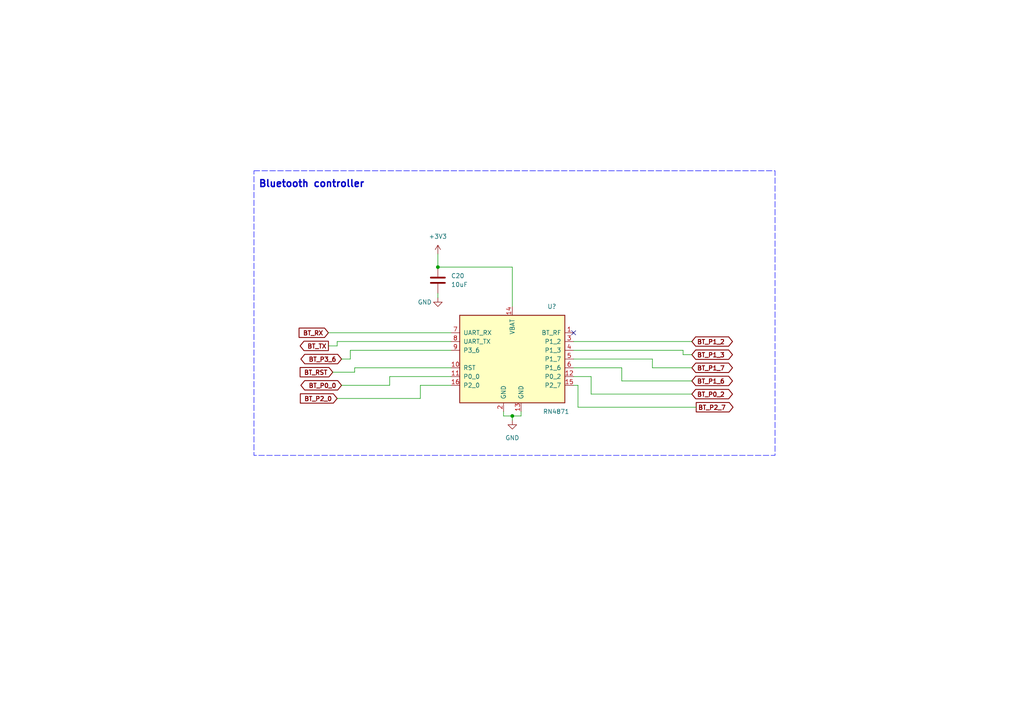
<source format=kicad_sch>
(kicad_sch (version 20230121) (generator eeschema)
  (paper "A4")
  (title_block (title "Bluetooth module") (date "2024-01-02") (rev "v1.1") (company "Piotr Zborowski, Łukasz Kus"))
  (lib_symbols
    (symbol "Device:C" (pin_numbers hide) (pin_names (offset 0.254))
      (property "Reference" "C" (at 0.635 2.54 0))
      (property "Value" "C" (at 0.635 -2.54 0))
      (symbol "C_0_1"
        (polyline (pts (xy -2.032 -0.762) (xy 2.032 -0.762)) (stroke (width 0.508)))
        (polyline (pts (xy -2.032 0.762) (xy 2.032 0.762)) (stroke (width 0.508)))
      )
      (symbol "C_1_1"
        (pin passive line (at 0 3.81 270) (length 2.794) (name "~") (number "1"))
        (pin passive line (at 0 -3.81 90) (length 2.794) (name "~") (number "2"))
      )
    )
    (symbol "RF_Bluetooth:RN4871" (pin_names (offset 1.016))
      (property "Reference" "U" (at -12.7 13.97 0))
      (property "Value" "RN4871" (at 11.43 -15.24 0))
      (symbol "RN4871_0_1"
        (rectangle (start -15.24 12.7) (end 15.24 -12.7) (stroke (width 0.254)) (fill (type background)))
      )
      (symbol "RN4871_1_1"
        (pin output line (at 17.78 7.62 180) (length 2.54) (name "BT_RF") (number "1"))
        (pin input line (at -17.78 -2.54 0) (length 2.54) (name "RST") (number "10"))
        (pin bidirectional line (at -17.78 -5.08 0) (length 2.54) (name "P0_0") (number "11"))
        (pin bidirectional line (at 17.78 -5.08 180) (length 2.54) (name "P0_2") (number "12"))
        (pin power_in line (at 2.54 -15.24 90) (length 2.54) (name "GND") (number "13"))
        (pin power_in line (at 0 15.24 270) (length 2.54) (name "VBAT") (number "14"))
        (pin bidirectional line (at 17.78 -7.62 180) (length 2.54) (name "P2_7") (number "15"))
        (pin input line (at -17.78 -7.62 0) (length 2.54) (name "P2_0") (number "16"))
        (pin power_in line (at -2.54 -15.24 90) (length 2.54) (name "GND") (number "2"))
        (pin bidirectional line (at 17.78 5.08 180) (length 2.54) (name "P1_2") (number "3"))
        (pin bidirectional line (at 17.78 2.54 180) (length 2.54) (name "P1_3") (number "4"))
        (pin bidirectional line (at 17.78 0 180) (length 2.54) (name "P1_7") (number "5"))
        (pin bidirectional line (at 17.78 -2.54 180) (length 2.54) (name "P1_6") (number "6"))
        (pin input line (at -17.78 7.62 0) (length 2.54) (name "UART_RX") (number "7"))
        (pin output line (at -17.78 5.08 0) (length 2.54) (name "UART_TX") (number "8"))
        (pin bidirectional line (at -17.78 2.54 0) (length 2.54) (name "P3_6") (number "9"))
      )
    )
    (symbol "power:+3V3" (power) (pin_names (offset 0))
      (property "Value" "+3V3" (at 0 3.556 0))
      (symbol "+3V3_0_1"
        (polyline (pts (xy -0.762 1.27) (xy 0 2.54)))
        (polyline (pts (xy 0 0) (xy 0 2.54)))
        (polyline (pts (xy 0 2.54) (xy 0.762 1.27)))
      )
      (symbol "+3V3_1_1"
        (pin power_in line (at 0 0 90) (length 0) hide (name "+3V3") (number "1"))
      )
    )
    (symbol "power:GND" (power) (pin_names (offset 0))
      (property "Value" "GND" (at 0 -3.81 0))
      (symbol "GND_0_1"
        (polyline (pts (xy 0 0) (xy 0 -1.27) (xy 1.27 -1.27) (xy 0 -2.54) (xy -1.27 -1.27) (xy 0 -1.27)))
      )
      (symbol "GND_1_1"
        (pin power_in line (at 0 0 270) (length 0) hide (name "GND") (number "1"))
      )
    )
  )
  (junction (at 148.59 120.65))
  (junction (at 127 77.47))
  (no_connect (at 166.37 96.52))
  (wire (pts (xy 148.59 120.65) (xy 151.13 120.65)))
  (wire (pts (xy 180.34 110.49) (xy 180.34 106.68)))
  (wire (pts (xy 95.25 100.33) (xy 97.79 100.33)))
  (wire (pts (xy 121.92 115.57) (xy 121.92 111.76)))
  (wire (pts (xy 200.66 110.49) (xy 180.34 110.49)))
  (wire (pts (xy 200.66 106.68) (xy 189.23 106.68)))
  (wire (pts (xy 167.64 111.76) (xy 166.37 111.76)))
  (wire (pts (xy 127 85.09) (xy 127 86.36)))
  (wire (pts (xy 95.25 96.52) (xy 130.81 96.52)))
  (wire (pts (xy 201.93 118.11) (xy 167.64 118.11)))
  (wire (pts (xy 127 73.66) (xy 127 77.47)))
  (wire (pts (xy 113.03 111.76) (xy 113.03 109.22)))
  (wire (pts (xy 146.05 119.38) (xy 146.05 120.65)))
  (wire (pts (xy 200.66 102.87) (xy 198.12 102.87)))
  (wire (pts (xy 171.45 114.3) (xy 171.45 109.22)))
  (wire (pts (xy 198.12 102.87) (xy 198.12 101.6)))
  (wire (pts (xy 189.23 106.68) (xy 189.23 104.14)))
  (wire (pts (xy 180.34 106.68) (xy 166.37 106.68)))
  (wire (pts (xy 127 77.47) (xy 148.59 77.47)))
  (wire (pts (xy 99.06 104.14) (xy 101.6 104.14)))
  (wire (pts (xy 101.6 101.6) (xy 130.81 101.6)))
  (wire (pts (xy 198.12 101.6) (xy 166.37 101.6)))
  (wire (pts (xy 146.05 120.65) (xy 148.59 120.65)))
  (wire (pts (xy 148.59 77.47) (xy 148.59 88.9)))
  (wire (pts (xy 99.06 111.76) (xy 113.03 111.76)))
  (wire (pts (xy 97.79 100.33) (xy 97.79 99.06)))
  (wire (pts (xy 101.6 104.14) (xy 101.6 101.6)))
  (wire (pts (xy 151.13 120.65) (xy 151.13 119.38)))
  (wire (pts (xy 102.87 106.68) (xy 130.81 106.68)))
  (wire (pts (xy 96.52 107.95) (xy 102.87 107.95)))
  (wire (pts (xy 97.79 115.57) (xy 121.92 115.57)))
  (wire (pts (xy 167.64 118.11) (xy 167.64 111.76)))
  (wire (pts (xy 97.79 99.06) (xy 130.81 99.06)))
  (wire (pts (xy 148.59 120.65) (xy 148.59 121.92)))
  (wire (pts (xy 121.92 111.76) (xy 130.81 111.76)))
  (wire (pts (xy 102.87 107.95) (xy 102.87 106.68)))
  (wire (pts (xy 171.45 109.22) (xy 166.37 109.22)))
  (wire (pts (xy 189.23 104.14) (xy 166.37 104.14)))
  (wire (pts (xy 166.37 99.06) (xy 200.66 99.06)))
  (wire (pts (xy 200.66 114.3) (xy 171.45 114.3)))
  (wire (pts (xy 113.03 109.22) (xy 130.81 109.22)))
  (rectangle (start 147.32 49.53) (end 147.32 49.53))
  (rectangle (start 73.66 49.53) (end 224.79 132.08) (stroke (width 0) (type dash) (color 0 0 255 1)))
  (text "Bluetooth controller" (at 74.93 54.61 0) (effects (font (size 2 2) bold) (justify left bottom)))
  (global_label "BT_RX" (shape input) (at 95.25 96.52 180) (effects (font bold)) (property "Intersheetrefs" "${INTERSHEET_REFS}" (effects hide)))
  (global_label "BT_P2_7" (shape output) (at 201.93 118.11 0) (effects (font bold)) (property "Intersheetrefs" "${INTERSHEET_REFS}" (effects hide)))
  (global_label "BT_P2_0" (shape input) (at 97.79 115.57 180) (effects (font bold)) (property "Intersheetrefs" "${INTERSHEET_REFS}" (effects hide)))
  (global_label "BT_P1_6" (shape bidirectional) (at 200.66 110.49 0) (effects (font bold)) (property "Intersheetrefs" "${INTERSHEET_REFS}" (effects hide)))
  (global_label "BT_P1_7" (shape bidirectional) (at 200.66 106.68 0) (effects (font bold)) (property "Intersheetrefs" "${INTERSHEET_REFS}" (effects hide)))
  (global_label "BT_RST" (shape input) (at 96.52 107.95 180) (effects (font bold)) (property "Intersheetrefs" "${INTERSHEET_REFS}" (effects hide)))
  (global_label "BT_P3_6" (shape bidirectional) (at 99.06 104.14 180) (effects (font bold)) (property "Intersheetrefs" "${INTERSHEET_REFS}" (effects hide)))
  (global_label "BT_TX" (shape output) (at 95.25 100.33 180) (effects (font bold)) (property "Intersheetrefs" "${INTERSHEET_REFS}" (effects hide)))
  (global_label "BT_P1_2" (shape bidirectional) (at 200.66 99.06 0) (effects (font bold)) (property "Intersheetrefs" "${INTERSHEET_REFS}" (effects hide)))
  (global_label "BT_P1_3" (shape bidirectional) (at 200.66 102.87 0) (effects (font bold)) (property "Intersheetrefs" "${INTERSHEET_REFS}" (effects hide)))
  (global_label "BT_P0_0" (shape bidirectional) (at 99.06 111.76 180) (effects (font bold)) (property "Intersheetrefs" "${INTERSHEET_REFS}" (effects hide)))
  (global_label "BT_P0_2" (shape bidirectional) (at 200.66 114.3 0) (effects (font bold)) (property "Intersheetrefs" "${INTERSHEET_REFS}" (effects hide)))
  (symbol (lib_id "Device:C") (at 127 81.28 0) (unit 1)
    (property "Reference" "C20" (at 130.81 80.01 0) (effects (justify left)))
    (property "Value" "10uF" (at 130.81 82.55 0) (effects (justify left)))
    (property "Footprint" "Capacitor_SMD:C_1206_3216Metric" (effects hide))
  )
  (symbol (lib_id "power:GND") (at 127 86.36 0) (unit 1)
    (property "Reference" "#PWR?" (effects hide))
    (property "Value" "GND" (at 123.19 87.63 0))
    (instances (project "Computer Mouse" (path "" (reference "#PWR?") (unit 1)) (path "" (reference "#PWR046") (unit 1))))
  )
  (symbol (lib_id "RF_Bluetooth:RN4871") (at 148.59 104.14 0) (unit 1)
    (property "Reference" "U?" (at 158.75 88.9 0) (effects (justify left)))
    (property "Value" "RN4871" (at 157.48 119.38 0) (effects (justify left)))
    (property "Footprint" "RF_Module:Microchip_RN4871" (effects hide))
    (property "Datasheet" "http://ww1.microchip.com/downloads/en/DeviceDoc/50002489A.pdf" (effects hide))
    (instances (project "Computer Mouse" (path "" (reference "U?") (unit 1)) (path "" (reference "U10") (unit 1))))
  )
  (symbol (lib_id "power:+3V3") (at 127 73.66 0) (unit 1)
    (property "Reference" "#PWR?" (effects hide))
    (property "Value" "+3V3" (at 127 68.58 0))
    (instances (project "Computer Mouse" (path "" (reference "#PWR?") (unit 1)) (path "" (reference "#PWR045") (unit 1))))
  )
  (symbol (lib_id "power:GND") (at 148.59 121.92 0) (unit 1)
    (property "Reference" "#PWR?" (effects hide))
    (property "Value" "GND" (at 148.59 127 0))
    (instances (project "Computer Mouse" (path "" (reference "#PWR?") (unit 1)) (path "" (reference "#PWR047") (unit 1))))
  )
)
</source>
